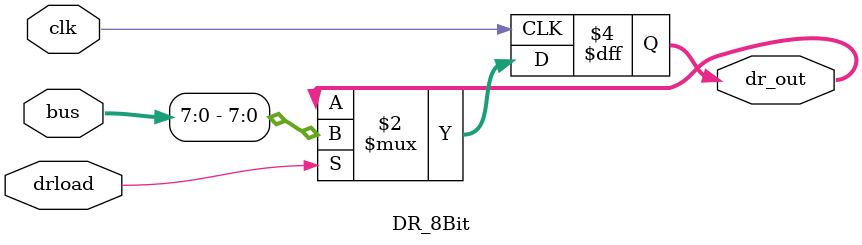
<source format=v>
module DR_8Bit (
    input clk,                  // Clock signal
    input drload,               // Load control signal
    input [15:0] bus,           // 16-bit internal bus (only lower 8 bits are used)
    output reg [7:0] dr_out     // 8-bit Data Register output
);

    // Register to hold the 8-bit data value
    always @(negedge clk) begin
        if (drload) begin
            dr_out <= bus[7:0]; // Load the lower 8 bits from the bus into the Data Register
        end
    end

endmodule

</source>
